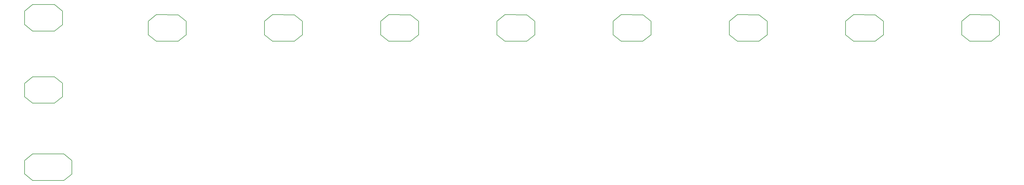
<source format=gbo>
G04*
G04 #@! TF.GenerationSoftware,Altium Limited,Altium Designer,19.1.6 (110)*
G04*
G04 Layer_Color=32896*
%FSLAX43Y43*%
%MOMM*%
G71*
G01*
G75*
%ADD15C,0.150*%
D15*
X26650Y14410D02*
X26650Y15875D01*
X11650Y11573D02*
Y14410D01*
X26650Y11560D02*
Y14410D01*
X11650Y11573D02*
X14175Y9530D01*
X24095D01*
X26650Y11560D01*
X11650Y14410D02*
Y15685D01*
X14175Y17935D02*
X24100Y17928D01*
X11650Y15860D02*
X14175Y17935D01*
X24100Y17930D02*
X26650Y15875D01*
X11650Y15685D02*
Y15860D01*
X23650Y61985D02*
X23650Y63451D01*
X11650Y59148D02*
Y61985D01*
X23650Y59135D02*
Y61985D01*
X11650Y59148D02*
X14175Y57105D01*
X21095D01*
X23650Y59135D01*
X11650Y61985D02*
Y63260D01*
X14175Y65510D02*
X21100Y65505D01*
X11650Y63435D02*
X14175Y65510D01*
X21100Y65505D02*
X23650Y63451D01*
X11650Y63260D02*
Y63435D01*
X23650Y38985D02*
X23650Y40451D01*
X11650Y36148D02*
Y38985D01*
X23650Y36135D02*
Y38985D01*
X11650Y36148D02*
X14175Y34105D01*
X21095D01*
X23650Y36135D01*
X11650Y38985D02*
Y40260D01*
X14175Y42510D02*
X21100Y42505D01*
X11650Y40435D02*
X14175Y42510D01*
X21100Y42505D02*
X23650Y40451D01*
X11650Y40260D02*
Y40435D01*
X87675Y60035D02*
Y60210D01*
X97125Y62280D02*
X99675Y60226D01*
X87675Y60210D02*
X90200Y62285D01*
X97125Y62280D01*
X87675Y58760D02*
Y60035D01*
X97120Y53880D02*
X99675Y55910D01*
X90200Y53880D02*
X97120D01*
X87675Y55923D02*
X90200Y53880D01*
X99675Y55910D02*
Y58760D01*
X87675Y55923D02*
Y58760D01*
X99675D02*
X99675Y60226D01*
X173325Y58760D02*
X173325Y60226D01*
X161325Y55923D02*
Y58760D01*
X173325Y55910D02*
Y58760D01*
X161325Y55923D02*
X163850Y53880D01*
X170770D01*
X173325Y55910D01*
X161325Y58760D02*
Y60035D01*
X163850Y62285D02*
X170775Y62280D01*
X161325Y60210D02*
X163850Y62285D01*
X170775Y62280D02*
X173325Y60226D01*
X161325Y60035D02*
Y60210D01*
X198150Y60035D02*
Y60210D01*
X207600Y62280D02*
X210150Y60226D01*
X198150Y60210D02*
X200675Y62285D01*
X207600Y62280D01*
X198150Y58760D02*
Y60035D01*
X207595Y53880D02*
X210150Y55910D01*
X200675Y53880D02*
X207595D01*
X198150Y55923D02*
X200675Y53880D01*
X210150Y55910D02*
Y58760D01*
X198150Y55923D02*
Y58760D01*
X210150D02*
X210150Y60226D01*
X246975Y58760D02*
X246975Y60226D01*
X234975Y55923D02*
Y58760D01*
X246975Y55910D02*
Y58760D01*
X234975Y55923D02*
X237500Y53880D01*
X244420D01*
X246975Y55910D01*
X234975Y58760D02*
Y60035D01*
X237500Y62285D02*
X244425Y62280D01*
X234975Y60210D02*
X237500Y62285D01*
X244425Y62280D02*
X246975Y60226D01*
X234975Y60035D02*
Y60210D01*
X271800Y60035D02*
Y60210D01*
X281250Y62280D02*
X283800Y60226D01*
X271800Y60210D02*
X274325Y62285D01*
X281250Y62280D01*
X271800Y58760D02*
Y60035D01*
X281245Y53880D02*
X283800Y55910D01*
X274325Y53880D02*
X281245D01*
X271800Y55923D02*
X274325Y53880D01*
X283800Y55910D02*
Y58760D01*
X271800Y55923D02*
Y58760D01*
X283800D02*
X283800Y60226D01*
X320625Y58760D02*
X320625Y60226D01*
X308625Y55923D02*
Y58760D01*
X320625Y55910D02*
Y58760D01*
X308625Y55923D02*
X311150Y53880D01*
X318070D01*
X320625Y55910D01*
X308625Y58760D02*
Y60035D01*
X311150Y62285D02*
X318075Y62280D01*
X308625Y60210D02*
X311150Y62285D01*
X318075Y62280D02*
X320625Y60226D01*
X308625Y60035D02*
Y60210D01*
X50850Y60035D02*
Y60210D01*
X60300Y62280D02*
X62850Y60226D01*
X50850Y60210D02*
X53375Y62285D01*
X60300Y62280D01*
X50850Y58760D02*
Y60035D01*
X60295Y53880D02*
X62850Y55910D01*
X53375Y53880D02*
X60295D01*
X50850Y55923D02*
X53375Y53880D01*
X62850Y55910D02*
Y58760D01*
X50850Y55923D02*
Y58760D01*
X62850D02*
X62850Y60226D01*
X136500Y58760D02*
X136500Y60226D01*
X124500Y55923D02*
Y58760D01*
X136500Y55910D02*
Y58760D01*
X124500Y55923D02*
X127025Y53880D01*
X133945D01*
X136500Y55910D01*
X124500Y58760D02*
Y60035D01*
X127025Y62285D02*
X133950Y62280D01*
X124500Y60210D02*
X127025Y62285D01*
X133950Y62280D02*
X136500Y60226D01*
X124500Y60035D02*
Y60210D01*
M02*

</source>
